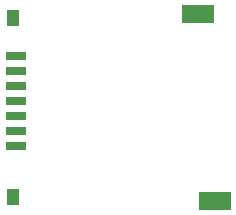
<source format=gbr>
G04 EAGLE Gerber RS-274X export*
G75*
%MOMM*%
%FSLAX34Y34*%
%LPD*%
%INSolderpaste Bottom*%
%IPPOS*%
%AMOC8*
5,1,8,0,0,1.08239X$1,22.5*%
G01*
%ADD10R,2.700000X1.500000*%
%ADD11R,1.700000X0.750000*%
%ADD12R,1.050000X1.400000*%


D10*
X566420Y35560D03*
X552220Y194160D03*
D11*
X397820Y82460D03*
D12*
X395820Y38860D03*
D11*
X397820Y95160D03*
X397820Y107860D03*
X397820Y120560D03*
X397820Y133260D03*
X397820Y145960D03*
X397820Y158660D03*
D12*
X395820Y190860D03*
M02*

</source>
